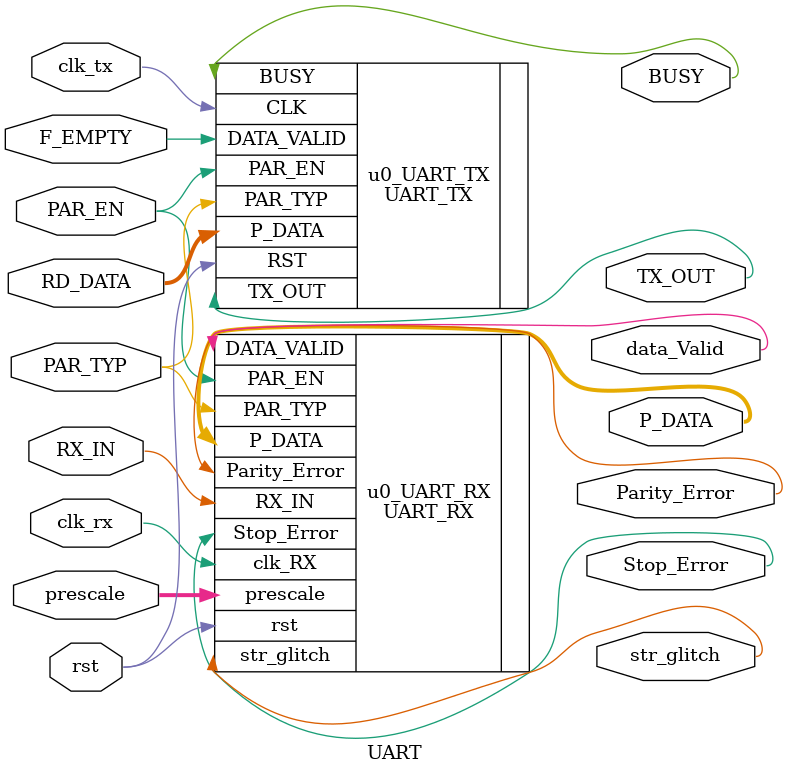
<source format=v>
module UART #(parameter DATAWIDTH= 8 ) (

 input wire               clk_rx,clk_tx,rst,
 
 // RX
 input wire                 RX_IN,

 input wire [5:0]            prescale, // REG2[7:2]  for RX 
 input wire                  PAR_EN,   // REG2[0]    for RX and TX 
 input wire                  PAR_TYP,   // REG2[1]    for RX and TX 

 output wire [DATAWIDTH-1:0] P_DATA,
 output wire                 data_Valid,    // to data sync   
 output wire                 Parity_Error,  // to top module
 output wire                 Stop_Error,  // to top module
 output wire                 str_glitch,  // to top module
//TX 
 input wire                  F_EMPTY, // = !empty from FIFO    
 input wire [DATAWIDTH-1:0]   RD_DATA,
 output wire               TX_OUT,  // to  top module 
 output wire                BUSY   // to top module

); 


///////
UART_RX  #(.DATAWIDTH(DATAWIDTH)) u0_UART_RX (

.rst(rst),
.clk_RX(clk_rx),

.RX_IN(RX_IN),
.prescale(prescale),
.PAR_EN (PAR_EN),
.PAR_TYP(PAR_TYP),

.P_DATA(P_DATA),

.Parity_Error(Parity_Error),
.Stop_Error(Stop_Error),
.DATA_VALID(data_Valid),
.str_glitch(str_glitch)
);

UART_TX #(.DATAWIDTH(DATAWIDTH)) u0_UART_TX(

.CLK(clk_tx),
.RST(rst),

.P_DATA(RD_DATA),
.DATA_VALID(F_EMPTY),
.PAR_EN(PAR_EN),
.PAR_TYP(PAR_TYP),

.BUSY(BUSY),
.TX_OUT(TX_OUT)
);

endmodule 
</source>
